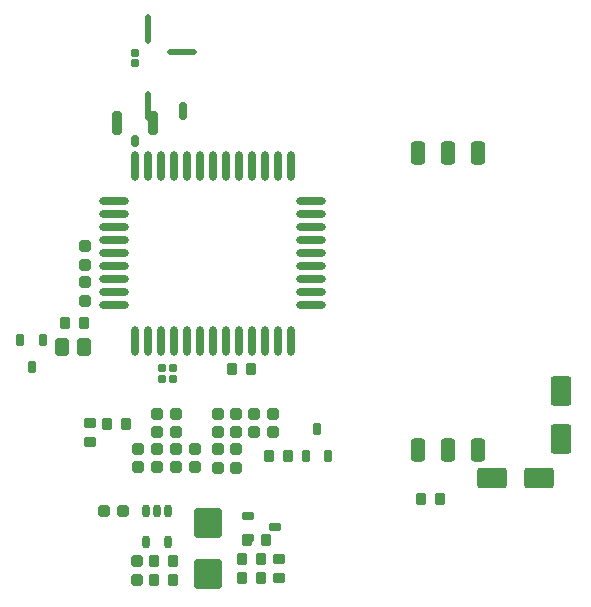
<source format=gtp>
%FSLAX44Y44*%
%MOMM*%
G71*
G01*
G75*
G04 Layer_Color=8421504*
G04:AMPARAMS|DCode=10|XSize=1mm|YSize=0.9mm|CornerRadius=0.198mm|HoleSize=0mm|Usage=FLASHONLY|Rotation=90.000|XOffset=0mm|YOffset=0mm|HoleType=Round|Shape=RoundedRectangle|*
%AMROUNDEDRECTD10*
21,1,1.0000,0.5040,0,0,90.0*
21,1,0.6040,0.9000,0,0,90.0*
1,1,0.3960,0.2520,0.3020*
1,1,0.3960,0.2520,-0.3020*
1,1,0.3960,-0.2520,-0.3020*
1,1,0.3960,-0.2520,0.3020*
%
%ADD10ROUNDEDRECTD10*%
G04:AMPARAMS|DCode=11|XSize=2.5mm|YSize=2.3mm|CornerRadius=0.1955mm|HoleSize=0mm|Usage=FLASHONLY|Rotation=270.000|XOffset=0mm|YOffset=0mm|HoleType=Round|Shape=RoundedRectangle|*
%AMROUNDEDRECTD11*
21,1,2.5000,1.9090,0,0,270.0*
21,1,2.1090,2.3000,0,0,270.0*
1,1,0.3910,-0.9545,-1.0545*
1,1,0.3910,-0.9545,1.0545*
1,1,0.3910,0.9545,1.0545*
1,1,0.3910,0.9545,-1.0545*
%
%ADD11ROUNDEDRECTD11*%
G04:AMPARAMS|DCode=12|XSize=2.5mm|YSize=1.7mm|CornerRadius=0.204mm|HoleSize=0mm|Usage=FLASHONLY|Rotation=90.000|XOffset=0mm|YOffset=0mm|HoleType=Round|Shape=RoundedRectangle|*
%AMROUNDEDRECTD12*
21,1,2.5000,1.2920,0,0,90.0*
21,1,2.0920,1.7000,0,0,90.0*
1,1,0.4080,0.6460,1.0460*
1,1,0.4080,0.6460,-1.0460*
1,1,0.4080,-0.6460,-1.0460*
1,1,0.4080,-0.6460,1.0460*
%
%ADD12ROUNDEDRECTD12*%
G04:AMPARAMS|DCode=13|XSize=1.05mm|YSize=0.65mm|CornerRadius=0.2015mm|HoleSize=0mm|Usage=FLASHONLY|Rotation=90.000|XOffset=0mm|YOffset=0mm|HoleType=Round|Shape=RoundedRectangle|*
%AMROUNDEDRECTD13*
21,1,1.0500,0.2470,0,0,90.0*
21,1,0.6470,0.6500,0,0,90.0*
1,1,0.4030,0.1235,0.3235*
1,1,0.4030,0.1235,-0.3235*
1,1,0.4030,-0.1235,-0.3235*
1,1,0.4030,-0.1235,0.3235*
%
%ADD13ROUNDEDRECTD13*%
G04:AMPARAMS|DCode=14|XSize=0.67mm|YSize=0.67mm|CornerRadius=0.1508mm|HoleSize=0mm|Usage=FLASHONLY|Rotation=90.000|XOffset=0mm|YOffset=0mm|HoleType=Round|Shape=RoundedRectangle|*
%AMROUNDEDRECTD14*
21,1,0.6700,0.3685,0,0,90.0*
21,1,0.3685,0.6700,0,0,90.0*
1,1,0.3015,0.1843,0.1843*
1,1,0.3015,0.1843,-0.1843*
1,1,0.3015,-0.1843,-0.1843*
1,1,0.3015,-0.1843,0.1843*
%
%ADD14ROUNDEDRECTD14*%
G04:AMPARAMS|DCode=15|XSize=0.5mm|YSize=0.6mm|CornerRadius=0.1625mm|HoleSize=0mm|Usage=FLASHONLY|Rotation=270.000|XOffset=0mm|YOffset=0mm|HoleType=Round|Shape=RoundedRectangle|*
%AMROUNDEDRECTD15*
21,1,0.5000,0.2750,0,0,270.0*
21,1,0.1750,0.6000,0,0,270.0*
1,1,0.3250,-0.1375,-0.0875*
1,1,0.3250,-0.1375,0.0875*
1,1,0.3250,0.1375,0.0875*
1,1,0.3250,0.1375,-0.0875*
%
%ADD15ROUNDEDRECTD15*%
G04:AMPARAMS|DCode=16|XSize=1mm|YSize=0.9mm|CornerRadius=0.198mm|HoleSize=0mm|Usage=FLASHONLY|Rotation=180.000|XOffset=0mm|YOffset=0mm|HoleType=Round|Shape=RoundedRectangle|*
%AMROUNDEDRECTD16*
21,1,1.0000,0.5040,0,0,180.0*
21,1,0.6040,0.9000,0,0,180.0*
1,1,0.3960,-0.3020,0.2520*
1,1,0.3960,0.3020,0.2520*
1,1,0.3960,0.3020,-0.2520*
1,1,0.3960,-0.3020,-0.2520*
%
%ADD16ROUNDEDRECTD16*%
G04:AMPARAMS|DCode=17|XSize=2.5mm|YSize=1.7mm|CornerRadius=0.204mm|HoleSize=0mm|Usage=FLASHONLY|Rotation=0.000|XOffset=0mm|YOffset=0mm|HoleType=Round|Shape=RoundedRectangle|*
%AMROUNDEDRECTD17*
21,1,2.5000,1.2920,0,0,0.0*
21,1,2.0920,1.7000,0,0,0.0*
1,1,0.4080,1.0460,-0.6460*
1,1,0.4080,-1.0460,-0.6460*
1,1,0.4080,-1.0460,0.6460*
1,1,0.4080,1.0460,0.6460*
%
%ADD17ROUNDEDRECTD17*%
G04:AMPARAMS|DCode=18|XSize=1mm|YSize=0.95mm|CornerRadius=0.1995mm|HoleSize=0mm|Usage=FLASHONLY|Rotation=180.000|XOffset=0mm|YOffset=0mm|HoleType=Round|Shape=RoundedRectangle|*
%AMROUNDEDRECTD18*
21,1,1.0000,0.5510,0,0,180.0*
21,1,0.6010,0.9500,0,0,180.0*
1,1,0.3990,-0.3005,0.2755*
1,1,0.3990,0.3005,0.2755*
1,1,0.3990,0.3005,-0.2755*
1,1,0.3990,-0.3005,-0.2755*
%
%ADD18ROUNDEDRECTD18*%
G04:AMPARAMS|DCode=19|XSize=1mm|YSize=0.95mm|CornerRadius=0.1995mm|HoleSize=0mm|Usage=FLASHONLY|Rotation=90.000|XOffset=0mm|YOffset=0mm|HoleType=Round|Shape=RoundedRectangle|*
%AMROUNDEDRECTD19*
21,1,1.0000,0.5510,0,0,90.0*
21,1,0.6010,0.9500,0,0,90.0*
1,1,0.3990,0.2755,0.3005*
1,1,0.3990,0.2755,-0.3005*
1,1,0.3990,-0.2755,-0.3005*
1,1,0.3990,-0.2755,0.3005*
%
%ADD19ROUNDEDRECTD19*%
G04:AMPARAMS|DCode=20|XSize=1.1mm|YSize=0.6mm|CornerRadius=0.201mm|HoleSize=0mm|Usage=FLASHONLY|Rotation=270.000|XOffset=0mm|YOffset=0mm|HoleType=Round|Shape=RoundedRectangle|*
%AMROUNDEDRECTD20*
21,1,1.1000,0.1980,0,0,270.0*
21,1,0.6980,0.6000,0,0,270.0*
1,1,0.4020,-0.0990,-0.3490*
1,1,0.4020,-0.0990,0.3490*
1,1,0.4020,0.0990,0.3490*
1,1,0.4020,0.0990,-0.3490*
%
%ADD20ROUNDEDRECTD20*%
%ADD21O,2.5000X0.7000*%
%ADD22O,0.7000X2.5000*%
G04:AMPARAMS|DCode=23|XSize=1.2mm|YSize=2mm|CornerRadius=0.3mm|HoleSize=0mm|Usage=FLASHONLY|Rotation=180.000|XOffset=0mm|YOffset=0mm|HoleType=Round|Shape=RoundedRectangle|*
%AMROUNDEDRECTD23*
21,1,1.2000,1.4000,0,0,180.0*
21,1,0.6000,2.0000,0,0,180.0*
1,1,0.6000,-0.3000,0.7000*
1,1,0.6000,0.3000,0.7000*
1,1,0.6000,0.3000,-0.7000*
1,1,0.6000,-0.3000,-0.7000*
%
%ADD23ROUNDEDRECTD23*%
G04:AMPARAMS|DCode=24|XSize=0.7mm|YSize=1mm|CornerRadius=0.175mm|HoleSize=0mm|Usage=FLASHONLY|Rotation=180.000|XOffset=0mm|YOffset=0mm|HoleType=Round|Shape=RoundedRectangle|*
%AMROUNDEDRECTD24*
21,1,0.7000,0.6500,0,0,180.0*
21,1,0.3500,1.0000,0,0,180.0*
1,1,0.3500,-0.1750,0.3250*
1,1,0.3500,0.1750,0.3250*
1,1,0.3500,0.1750,-0.3250*
1,1,0.3500,-0.1750,-0.3250*
%
%ADD24ROUNDEDRECTD24*%
G04:AMPARAMS|DCode=25|XSize=0.8mm|YSize=2mm|CornerRadius=0.2mm|HoleSize=0mm|Usage=FLASHONLY|Rotation=180.000|XOffset=0mm|YOffset=0mm|HoleType=Round|Shape=RoundedRectangle|*
%AMROUNDEDRECTD25*
21,1,0.8000,1.6000,0,0,180.0*
21,1,0.4000,2.0000,0,0,180.0*
1,1,0.4000,-0.2000,0.8000*
1,1,0.4000,0.2000,0.8000*
1,1,0.4000,0.2000,-0.8000*
1,1,0.4000,-0.2000,-0.8000*
%
%ADD25ROUNDEDRECTD25*%
G04:AMPARAMS|DCode=26|XSize=0.7mm|YSize=1.5mm|CornerRadius=0.175mm|HoleSize=0mm|Usage=FLASHONLY|Rotation=180.000|XOffset=0mm|YOffset=0mm|HoleType=Round|Shape=RoundedRectangle|*
%AMROUNDEDRECTD26*
21,1,0.7000,1.1500,0,0,180.0*
21,1,0.3500,1.5000,0,0,180.0*
1,1,0.3500,-0.1750,0.5750*
1,1,0.3500,0.1750,0.5750*
1,1,0.3500,0.1750,-0.5750*
1,1,0.3500,-0.1750,-0.5750*
%
%ADD26ROUNDEDRECTD26*%
%ADD27O,2.5000X0.5000*%
%ADD28O,0.5000X2.5000*%
G04:AMPARAMS|DCode=29|XSize=1.05mm|YSize=0.65mm|CornerRadius=0.2015mm|HoleSize=0mm|Usage=FLASHONLY|Rotation=0.000|XOffset=0mm|YOffset=0mm|HoleType=Round|Shape=RoundedRectangle|*
%AMROUNDEDRECTD29*
21,1,1.0500,0.2470,0,0,0.0*
21,1,0.6470,0.6500,0,0,0.0*
1,1,0.4030,0.3235,-0.1235*
1,1,0.4030,-0.3235,-0.1235*
1,1,0.4030,-0.3235,0.1235*
1,1,0.4030,0.3235,0.1235*
%
%ADD29ROUNDEDRECTD29*%
G04:AMPARAMS|DCode=30|XSize=1.45mm|YSize=1.15mm|CornerRadius=0.2013mm|HoleSize=0mm|Usage=FLASHONLY|Rotation=270.000|XOffset=0mm|YOffset=0mm|HoleType=Round|Shape=RoundedRectangle|*
%AMROUNDEDRECTD30*
21,1,1.4500,0.7475,0,0,270.0*
21,1,1.0475,1.1500,0,0,270.0*
1,1,0.4025,-0.3738,-0.5238*
1,1,0.4025,-0.3738,0.5238*
1,1,0.4025,0.3738,0.5238*
1,1,0.4025,0.3738,-0.5238*
%
%ADD30ROUNDEDRECTD30*%
%ADD31C,0.5000*%
%ADD32C,0.4000*%
%ADD33C,1.2000*%
%ADD34C,1.8500*%
%ADD35C,1.8000*%
%ADD36C,1.3000*%
G04:AMPARAMS|DCode=37|XSize=1.3mm|YSize=1.3mm|CornerRadius=0.1625mm|HoleSize=0mm|Usage=FLASHONLY|Rotation=180.000|XOffset=0mm|YOffset=0mm|HoleType=Round|Shape=RoundedRectangle|*
%AMROUNDEDRECTD37*
21,1,1.3000,0.9750,0,0,180.0*
21,1,0.9750,1.3000,0,0,180.0*
1,1,0.3250,-0.4875,0.4875*
1,1,0.3250,0.4875,0.4875*
1,1,0.3250,0.4875,-0.4875*
1,1,0.3250,-0.4875,-0.4875*
%
%ADD37ROUNDEDRECTD37*%
G04:AMPARAMS|DCode=38|XSize=2mm|YSize=2mm|CornerRadius=0.25mm|HoleSize=0mm|Usage=FLASHONLY|Rotation=180.000|XOffset=0mm|YOffset=0mm|HoleType=Round|Shape=RoundedRectangle|*
%AMROUNDEDRECTD38*
21,1,2.0000,1.5000,0,0,180.0*
21,1,1.5000,2.0000,0,0,180.0*
1,1,0.5000,-0.7500,0.7500*
1,1,0.5000,0.7500,0.7500*
1,1,0.5000,0.7500,-0.7500*
1,1,0.5000,-0.7500,-0.7500*
%
%ADD38ROUNDEDRECTD38*%
%ADD39C,2.0000*%
%ADD40C,7.0000*%
G04:AMPARAMS|DCode=41|XSize=1mm|YSize=1mm|CornerRadius=0.25mm|HoleSize=0mm|Usage=FLASHONLY|Rotation=90.000|XOffset=0mm|YOffset=0mm|HoleType=Round|Shape=RoundedRectangle|*
%AMROUNDEDRECTD41*
21,1,1.0000,0.5000,0,0,90.0*
21,1,0.5000,1.0000,0,0,90.0*
1,1,0.5000,0.2500,0.2500*
1,1,0.5000,0.2500,-0.2500*
1,1,0.5000,-0.2500,-0.2500*
1,1,0.5000,-0.2500,0.2500*
%
%ADD41ROUNDEDRECTD41*%
G04:AMPARAMS|DCode=42|XSize=1.4mm|YSize=1.4mm|CornerRadius=0.175mm|HoleSize=0mm|Usage=FLASHONLY|Rotation=0.000|XOffset=0mm|YOffset=0mm|HoleType=Round|Shape=RoundedRectangle|*
%AMROUNDEDRECTD42*
21,1,1.4000,1.0500,0,0,0.0*
21,1,1.0500,1.4000,0,0,0.0*
1,1,0.3500,0.5250,-0.5250*
1,1,0.3500,-0.5250,-0.5250*
1,1,0.3500,-0.5250,0.5250*
1,1,0.3500,0.5250,0.5250*
%
%ADD42ROUNDEDRECTD42*%
G04:AMPARAMS|DCode=43|XSize=2.2mm|YSize=2.2mm|CornerRadius=0.275mm|HoleSize=0mm|Usage=FLASHONLY|Rotation=90.000|XOffset=0mm|YOffset=0mm|HoleType=Round|Shape=RoundedRectangle|*
%AMROUNDEDRECTD43*
21,1,2.2000,1.6500,0,0,90.0*
21,1,1.6500,2.2000,0,0,90.0*
1,1,0.5500,0.8250,0.8250*
1,1,0.5500,0.8250,-0.8250*
1,1,0.5500,-0.8250,-0.8250*
1,1,0.5500,-0.8250,0.8250*
%
%ADD43ROUNDEDRECTD43*%
%ADD44C,2.2000*%
%ADD45C,2.5000*%
%ADD46C,1.7000*%
%ADD47C,0.5000*%
%ADD48C,0.8000*%
G04:AMPARAMS|DCode=49|XSize=0.7mm|YSize=2.5mm|CornerRadius=0.175mm|HoleSize=0mm|Usage=FLASHONLY|Rotation=0.000|XOffset=0mm|YOffset=0mm|HoleType=Round|Shape=RoundedRectangle|*
%AMROUNDEDRECTD49*
21,1,0.7000,2.1500,0,0,0.0*
21,1,0.3500,2.5000,0,0,0.0*
1,1,0.3500,0.1750,-1.0750*
1,1,0.3500,-0.1750,-1.0750*
1,1,0.3500,-0.1750,1.0750*
1,1,0.3500,0.1750,1.0750*
%
%ADD49ROUNDEDRECTD49*%
G04:AMPARAMS|DCode=50|XSize=1.2mm|YSize=1.2mm|CornerRadius=0.198mm|HoleSize=0mm|Usage=FLASHONLY|Rotation=0.000|XOffset=0mm|YOffset=0mm|HoleType=Round|Shape=RoundedRectangle|*
%AMROUNDEDRECTD50*
21,1,1.2000,0.8040,0,0,0.0*
21,1,0.8040,1.2000,0,0,0.0*
1,1,0.3960,0.4020,-0.4020*
1,1,0.3960,-0.4020,-0.4020*
1,1,0.3960,-0.4020,0.4020*
1,1,0.3960,0.4020,0.4020*
%
%ADD50ROUNDEDRECTD50*%
G04:AMPARAMS|DCode=51|XSize=1.6mm|YSize=1.3mm|CornerRadius=0.2015mm|HoleSize=0mm|Usage=FLASHONLY|Rotation=180.000|XOffset=0mm|YOffset=0mm|HoleType=Round|Shape=RoundedRectangle|*
%AMROUNDEDRECTD51*
21,1,1.6000,0.8970,0,0,180.0*
21,1,1.1970,1.3000,0,0,180.0*
1,1,0.4030,-0.5985,0.4485*
1,1,0.4030,0.5985,0.4485*
1,1,0.4030,0.5985,-0.4485*
1,1,0.4030,-0.5985,-0.4485*
%
%ADD51ROUNDEDRECTD51*%
G04:AMPARAMS|DCode=52|XSize=2.7mm|YSize=1.2mm|CornerRadius=0.21mm|HoleSize=0mm|Usage=FLASHONLY|Rotation=0.000|XOffset=0mm|YOffset=0mm|HoleType=Round|Shape=RoundedRectangle|*
%AMROUNDEDRECTD52*
21,1,2.7000,0.7800,0,0,0.0*
21,1,2.2800,1.2000,0,0,0.0*
1,1,0.4200,1.1400,-0.3900*
1,1,0.4200,-1.1400,-0.3900*
1,1,0.4200,-1.1400,0.3900*
1,1,0.4200,1.1400,0.3900*
%
%ADD52ROUNDEDRECTD52*%
%ADD53C,5.0000*%
%ADD54C,0.3000*%
%ADD55C,0.2000*%
%ADD56C,0.1500*%
%ADD57C,0.1000*%
D10*
X106100Y-20300D02*
D03*
X90100D02*
D03*
Y-36300D02*
D03*
X106100D02*
D03*
X316000Y31500D02*
D03*
X332000D02*
D03*
X66250Y95750D02*
D03*
X50250D02*
D03*
X165000Y-19000D02*
D03*
X181000D02*
D03*
X165000Y-35000D02*
D03*
X181000D02*
D03*
X203500Y68500D02*
D03*
X187500D02*
D03*
X184948Y-3250D02*
D03*
X168948D02*
D03*
X156000Y141750D02*
D03*
X172000D02*
D03*
X31100Y181000D02*
D03*
X15100D02*
D03*
D11*
X135600Y-31600D02*
D03*
Y11400D02*
D03*
D12*
X434500Y83000D02*
D03*
Y123000D02*
D03*
D13*
X218500Y68500D02*
D03*
X237500D02*
D03*
X228000Y91500D02*
D03*
X-13400Y143500D02*
D03*
X-22900Y166500D02*
D03*
X-3900D02*
D03*
D14*
X106000Y142400D02*
D03*
Y133600D02*
D03*
X97000Y142400D02*
D03*
Y133600D02*
D03*
X74000Y400600D02*
D03*
Y409400D02*
D03*
D15*
X106000Y133943D02*
D03*
Y141943D02*
D03*
X97000D02*
D03*
Y133943D02*
D03*
D16*
X35750Y96250D02*
D03*
Y80250D02*
D03*
X196000Y-19000D02*
D03*
Y-35000D02*
D03*
D17*
X376500Y49750D02*
D03*
X416500D02*
D03*
D18*
X31800Y246400D02*
D03*
Y230400D02*
D03*
Y199400D02*
D03*
Y215400D02*
D03*
X144000Y58000D02*
D03*
Y74000D02*
D03*
X160000Y58000D02*
D03*
Y74000D02*
D03*
X75600Y-20300D02*
D03*
Y-36300D02*
D03*
D19*
X93000Y59000D02*
D03*
X77000D02*
D03*
X93000Y74000D02*
D03*
X77000D02*
D03*
X109000Y89000D02*
D03*
X93000D02*
D03*
X109000Y104000D02*
D03*
X93000D02*
D03*
X125000Y59000D02*
D03*
X109000D02*
D03*
X125000Y74000D02*
D03*
X109000D02*
D03*
X48200Y21400D02*
D03*
X64200D02*
D03*
X175000Y104000D02*
D03*
X191000D02*
D03*
X175000Y89000D02*
D03*
X191000D02*
D03*
X144000Y104000D02*
D03*
X160000D02*
D03*
X144000Y89000D02*
D03*
X160000D02*
D03*
D20*
X102200Y-4600D02*
D03*
X83200D02*
D03*
Y21400D02*
D03*
X92700D02*
D03*
X102200D02*
D03*
D21*
X56500Y196000D02*
D03*
Y207000D02*
D03*
Y218000D02*
D03*
Y229000D02*
D03*
Y240000D02*
D03*
Y251000D02*
D03*
Y262000D02*
D03*
Y273000D02*
D03*
Y284000D02*
D03*
X223500D02*
D03*
Y273000D02*
D03*
Y262000D02*
D03*
Y251000D02*
D03*
Y240000D02*
D03*
Y229000D02*
D03*
Y218000D02*
D03*
Y207000D02*
D03*
Y196000D02*
D03*
D22*
X206000Y314000D02*
D03*
X195000D02*
D03*
X184000D02*
D03*
X173000D02*
D03*
X162000D02*
D03*
X151000D02*
D03*
X140000D02*
D03*
X129000D02*
D03*
X118000D02*
D03*
X107000D02*
D03*
X96000D02*
D03*
X85000D02*
D03*
X74000D02*
D03*
Y166000D02*
D03*
X85000D02*
D03*
X96000D02*
D03*
X107000D02*
D03*
X118000D02*
D03*
X129000D02*
D03*
X140000D02*
D03*
X151000D02*
D03*
X162000D02*
D03*
X173000D02*
D03*
X184000D02*
D03*
X195000D02*
D03*
X206000D02*
D03*
D23*
X313800Y325000D02*
D03*
X364600D02*
D03*
Y73000D02*
D03*
X339200D02*
D03*
X313800D02*
D03*
X339200Y325000D02*
D03*
D24*
X74000Y335000D02*
D03*
D25*
X89000Y350000D02*
D03*
X59000D02*
D03*
D26*
X115000Y360000D02*
D03*
D27*
X114000Y410000D02*
D03*
D28*
X85000Y430000D02*
D03*
Y365022D02*
D03*
D29*
X192700Y8000D02*
D03*
X169700Y-1500D02*
D03*
Y17500D02*
D03*
D30*
X30500Y160900D02*
D03*
X12500D02*
D03*
M02*

</source>
